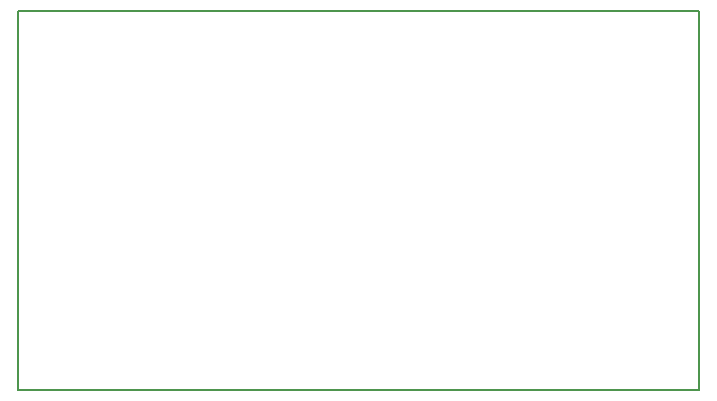
<source format=gbr>
G04 PROTEUS GERBER X2 FILE*
%TF.GenerationSoftware,Labcenter,Proteus,8.15-SP1-Build34318*%
%TF.CreationDate,2024-05-26T10:12:06+00:00*%
%TF.FileFunction,NonPlated,1,2,NPTH*%
%TF.FilePolarity,Positive*%
%TF.Part,Single*%
%TF.SameCoordinates,{c1c5c1e2-d9f3-4829-891e-9e67f3fcbee4}*%
%FSLAX45Y45*%
%MOMM*%
G01*
%TA.AperFunction,Profile*%
%ADD23C,0.203200*%
%TD.AperFunction*%
D23*
X-4859022Y-1330960D02*
X+902970Y-1330960D01*
X+902970Y+1882140D01*
X-4859022Y+1882140D01*
X-4859022Y-1330960D01*
M02*

</source>
